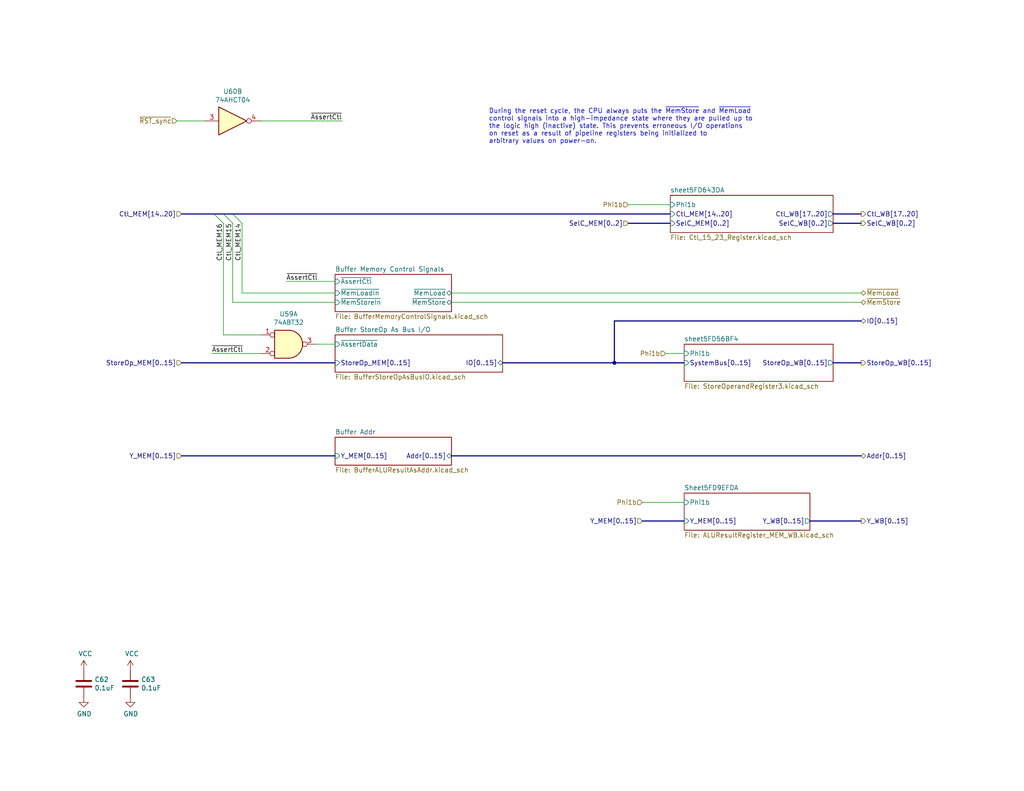
<source format=kicad_sch>
(kicad_sch (version 20250114) (generator "eeschema") (generator_version "9.0")
  (paper "USLetter")
  (title_block (title "MEM") (date "2023-11-25") (rev "A") (comment 3 "These devices connect to the main board via a connector described in another sheet.") (comment 4 "The MEM stage interfaces with memory and memory-mapped peripherals."))
  (lib_symbols
    (symbol "Device:C" (pin_numbers (hide yes)) (pin_names (offset 0.254))
      (property "Reference" "C" (at 0.635 2.54 0))
      (property "Value" "C" (at 0.635 -2.54 0))
      (symbol "C_0_1"
        (polyline (pts (xy -2.032 0.762) (xy 2.032 0.762)) (stroke (width 0.508)))
        (polyline (pts (xy -2.032 -0.762) (xy 2.032 -0.762)) (stroke (width 0.508)))
      )
      (symbol "C_1_1"
        (pin passive line (at 0 3.81 270) (length 2.794) (name "~") (number "1"))
        (pin passive line (at 0 -3.81 90) (length 2.794) (name "~") (number "2"))
      )
    )
    (symbol "Turtle16:74ABT32" (pin_names (offset 1.016))
      (property "Reference" "U" (at 0 1.27 0))
      (property "Value" "74ABT32" (at 0 -1.27 0))
      (symbol "74ABT32_1_1"
        (arc (start -3.81 3.81) (mid -2.589 0) (end -3.81 -3.81) (stroke (width 0.254)))
        (polyline (pts (xy -3.81 3.81) (xy -0.635 3.81)) (stroke (width 0.254)) (fill (type background)))
        (polyline (pts (xy -3.81 -3.81) (xy -0.635 -3.81)) (stroke (width 0.254)) (fill (type background)))
        (arc (start 3.81 0) (mid 2.1855 -2.584) (end -0.6096 -3.81) (stroke (width 0.254)) (fill (type background)))
        (arc (start -0.6096 3.81) (mid 2.1928 2.5924) (end 3.81 0) (stroke (width 0.254)) (fill (type background)))
        (polyline (pts (xy -0.635 3.81) (xy -3.81 3.81) (xy -3.81 3.81) (xy -3.556 3.4036) (xy -3.0226 2.2606) (xy -2.6924 1.0414) (xy -2.6162 -0.254) (xy -2.7686 -1.4986) (xy -3.175 -2.7178) (xy -3.81 -3.81) (xy -3.81 -3.81) (xy -0.635 -3.81)) (stroke (width -25.4)) (fill (type background)))
        (pin input line (at -7.62 2.54 0) (length 4.318) (name "~") (number "1"))
        (pin input line (at -7.62 -2.54 0) (length 4.318) (name "~") (number "2"))
        (pin output line (at 7.62 0 180) (length 3.81) (name "~") (number "3"))
      )
      (symbol "74ABT32_1_2"
        (arc (start 0 3.81) (mid 3.7934 0) (end 0 -3.81) (stroke (width 0.254)) (fill (type background)))
        (polyline (pts (xy 0 3.81) (xy -3.81 3.81) (xy -3.81 -3.81) (xy 0 -3.81)) (stroke (width 0.254)) (fill (type background)))
        (pin input inverted (at -7.62 2.54 0) (length 3.81) (name "~") (number "1"))
        (pin input inverted (at -7.62 -2.54 0) (length 3.81) (name "~") (number "2"))
        (pin output inverted (at 7.62 0 180) (length 3.81) (name "~") (number "3"))
      )
      (symbol "74ABT32_2_1"
        (arc (start -3.81 3.81) (mid -2.589 0) (end -3.81 -3.81) (stroke (width 0.254)))
        (polyline (pts (xy -3.81 3.81) (xy -0.635 3.81)) (stroke (width 0.254)) (fill (type background)))
        (polyline (pts (xy -3.81 -3.81) (xy -0.635 -3.81)) (stroke (width 0.254)) (fill (type background)))
        (arc (start 3.81 0) (mid 2.1855 -2.584) (end -0.6096 -3.81) (stroke (width 0.254)) (fill (type background)))
        (arc (start -0.6096 3.81) (mid 2.1928 2.5924) (end 3.81 0) (stroke (width 0.254)) (fill (type background)))
        (polyline (pts (xy -0.635 3.81) (xy -3.81 3.81) (xy -3.81 3.81) (xy -3.556 3.4036) (xy -3.0226 2.2606) (xy -2.6924 1.0414) (xy -2.6162 -0.254) (xy -2.7686 -1.4986) (xy -3.175 -2.7178) (xy -3.81 -3.81) (xy -3.81 -3.81) (xy -0.635 -3.81)) (stroke (width -25.4)) (fill (type background)))
        (pin input line (at -7.62 2.54 0) (length 4.318) (name "~") (number "4"))
        (pin input line (at -7.62 -2.54 0) (length 4.318) (name "~") (number "5"))
        (pin output line (at 7.62 0 180) (length 3.81) (name "~") (number "6"))
      )
      (symbol "74ABT32_2_2"
        (arc (start 0 3.81) (mid 3.7934 0) (end 0 -3.81) (stroke (width 0.254)) (fill (type background)))
        (polyline (pts (xy 0 3.81) (xy -3.81 3.81) (xy -3.81 -3.81) (xy 0 -3.81)) (stroke (width 0.254)) (fill (type background)))
        (pin input inverted (at -7.62 2.54 0) (length 3.81) (name "~") (number "4"))
        (pin input inverted (at -7.62 -2.54 0) (length 3.81) (name "~") (number "5"))
        (pin output inverted (at 7.62 0 180) (length 3.81) (name "~") (number "6"))
      )
      (symbol "74ABT32_3_1"
        (arc (start -3.81 3.81) (mid -2.589 0) (end -3.81 -3.81) (stroke (width 0.254)))
        (polyline (pts (xy -3.81 3.81) (xy -0.635 3.81)) (stroke (width 0.254)) (fill (type background)))
        (polyline (pts (xy -3.81 -3.81) (xy -0.635 -3.81)) (stroke (width 0.254)) (fill (type background)))
        (arc (start 3.81 0) (mid 2.1855 -2.584) (end -0.6096 -3.81) (stroke (width 0.254)) (fill (type background)))
        (arc (start -0.6096 3.81) (mid 2.1928 2.5924) (end 3.81 0) (stroke (width 0.254)) (fill (type background)))
        (polyline (pts (xy -0.635 3.81) (xy -3.81 3.81) (xy -3.81 3.81) (xy -3.556 3.4036) (xy -3.0226 2.2606) (xy -2.6924 1.0414) (xy -2.6162 -0.254) (xy -2.7686 -1.4986) (xy -3.175 -2.7178) (xy -3.81 -3.81) (xy -3.81 -3.81) (xy -0.635 -3.81)) (stroke (width -25.4)) (fill (type background)))
        (pin input line (at -7.62 2.54 0) (length 4.318) (name "~") (number "9"))
        (pin input line (at -7.62 -2.54 0) (length 4.318) (name "~") (number "10"))
        (pin output line (at 7.62 0 180) (length 3.81) (name "~") (number "8"))
      )
      (symbol "74ABT32_3_2"
        (arc (start 0 3.81) (mid 3.7934 0) (end 0 -3.81) (stroke (width 0.254)) (fill (type background)))
        (polyline (pts (xy 0 3.81) (xy -3.81 3.81) (xy -3.81 -3.81) (xy 0 -3.81)) (stroke (width 0.254)) (fill (type background)))
        (pin input inverted (at -7.62 2.54 0) (length 3.81) (name "~") (number "9"))
        (pin input inverted (at -7.62 -2.54 0) (length 3.81) (name "~") (number "10"))
        (pin output inverted (at 7.62 0 180) (length 3.81) (name "~") (number "8"))
      )
      (symbol "74ABT32_4_1"
        (arc (start -3.81 3.81) (mid -2.589 0) (end -3.81 -3.81) (stroke (width 0.254)))
        (polyline (pts (xy -3.81 3.81) (xy -0.635 3.81)) (stroke (width 0.254)) (fill (type background)))
        (polyline (pts (xy -3.81 -3.81) (xy -0.635 -3.81)) (stroke (width 0.254)) (fill (type background)))
        (arc (start 3.81 0) (mid 2.1855 -2.584) (end -0.6096 -3.81) (stroke (width 0.254)) (fill (type background)))
        (arc (start -0.6096 3.81) (mid 2.1928 2.5924) (end 3.81 0) (stroke (width 0.254)) (fill (type background)))
        (polyline (pts (xy -0.635 3.81) (xy -3.81 3.81) (xy -3.81 3.81) (xy -3.556 3.4036) (xy -3.0226 2.2606) (xy -2.6924 1.0414) (xy -2.6162 -0.254) (xy -2.7686 -1.4986) (xy -3.175 -2.7178) (xy -3.81 -3.81) (xy -3.81 -3.81) (xy -0.635 -3.81)) (stroke (width -25.4)) (fill (type background)))
        (pin input line (at -7.62 2.54 0) (length 4.318) (name "~") (number "12"))
        (pin input line (at -7.62 -2.54 0) (length 4.318) (name "~") (number "13"))
        (pin output line (at 7.62 0 180) (length 3.81) (name "~") (number "11"))
      )
      (symbol "74ABT32_4_2"
        (arc (start 0 3.81) (mid 3.7934 0) (end 0 -3.81) (stroke (width 0.254)) (fill (type background)))
        (polyline (pts (xy 0 3.81) (xy -3.81 3.81) (xy -3.81 -3.81) (xy 0 -3.81)) (stroke (width 0.254)) (fill (type background)))
        (pin input inverted (at -7.62 2.54 0) (length 3.81) (name "~") (number "12"))
        (pin input inverted (at -7.62 -2.54 0) (length 3.81) (name "~") (number "13"))
        (pin output inverted (at 7.62 0 180) (length 3.81) (name "~") (number "11"))
      )
      (symbol "74ABT32_5_0"
        (pin power_in line (at 0 12.7 270) (length 5.08) (name "VCC") (number "14"))
        (pin power_in line (at 0 -12.7 90) (length 5.08) (name "GND") (number "7"))
      )
      (symbol "74ABT32_5_1"
        (rectangle (start -5.08 7.62) (end 5.08 -7.62) (stroke (width 0.254)) (fill (type background)))
      )
    )
    (symbol "Turtle16:74AHCT04"
      (property "Reference" "U" (at 0 1.27 0))
      (property "Value" "74AHCT04" (at 0 -1.27 0))
      (symbol "74AHCT04_1_0"
        (polyline (pts (xy -3.81 3.81) (xy -3.81 -3.81) (xy 3.81 0) (xy -3.81 3.81)) (stroke (width 0.254)) (fill (type background)))
        (pin input line (at -7.62 0 0) (length 3.81) (name "~") (number "1"))
        (pin output inverted (at 7.62 0 180) (length 3.81) (name "~") (number "2"))
      )
      (symbol "74AHCT04_2_0"
        (polyline (pts (xy -3.81 3.81) (xy -3.81 -3.81) (xy 3.81 0) (xy -3.81 3.81)) (stroke (width 0.254)) (fill (type background)))
        (pin input line (at -7.62 0 0) (length 3.81) (name "~") (number "3"))
        (pin output inverted (at 7.62 0 180) (length 3.81) (name "~") (number "4"))
      )
      (symbol "74AHCT04_3_0"
        (polyline (pts (xy -3.81 3.81) (xy -3.81 -3.81) (xy 3.81 0) (xy -3.81 3.81)) (stroke (width 0.254)) (fill (type background)))
        (pin input line (at -7.62 0 0) (length 3.81) (name "~") (number "5"))
        (pin output inverted (at 7.62 0 180) (length 3.81) (name "~") (number "6"))
      )
      (symbol "74AHCT04_4_0"
        (polyline (pts (xy -3.81 3.81) (xy -3.81 -3.81) (xy 3.81 0) (xy -3.81 3.81)) (stroke (width 0.254)) (fill (type background)))
        (pin input line (at -7.62 0 0) (length 3.81) (name "~") (number "9"))
        (pin output inverted (at 7.62 0 180) (length 3.81) (name "~") (number "8"))
      )
      (symbol "74AHCT04_5_0"
        (polyline (pts (xy -3.81 3.81) (xy -3.81 -3.81) (xy 3.81 0) (xy -3.81 3.81)) (stroke (width 0.254)) (fill (type background)))
        (pin input line (at -7.62 0 0) (length 3.81) (name "~") (number "11"))
        (pin output inverted (at 7.62 0 180) (length 3.81) (name "~") (number "10"))
      )
      (symbol "74AHCT04_6_0"
        (polyline (pts (xy -3.81 3.81) (xy -3.81 -3.81) (xy 3.81 0) (xy -3.81 3.81)) (stroke (width 0.254)) (fill (type background)))
        (pin input line (at -7.62 0 0) (length 3.81) (name "~") (number "13"))
        (pin output inverted (at 7.62 0 180) (length 3.81) (name "~") (number "12"))
      )
      (symbol "74AHCT04_7_0"
        (pin power_in line (at 0 12.7 270) (length 5.08) (name "VCC") (number "14"))
        (pin power_in line (at 0 -12.7 90) (length 5.08) (name "GND") (number "7"))
      )
      (symbol "74AHCT04_7_1"
        (rectangle (start -5.08 7.62) (end 5.08 -7.62) (stroke (width 0.254)) (fill (type background)))
      )
    )
    (symbol "power:GND" (power) (pin_names (offset 0))
      (property "Value" "GND" (at 0 -3.81 0))
      (symbol "GND_0_1"
        (polyline (pts (xy 0 0) (xy 0 -1.27) (xy 1.27 -1.27) (xy 0 -2.54) (xy -1.27 -1.27) (xy 0 -1.27)))
      )
      (symbol "GND_1_1"
        (pin power_in line (at 0 0 270) (length 0) (hide yes) (name "GND") (number "1"))
      )
    )
    (symbol "power:VCC" (power) (pin_names (offset 0))
      (property "Value" "VCC" (at 0 3.81 0))
      (symbol "VCC_0_1"
        (polyline (pts (xy -0.762 1.27) (xy 0 2.54)))
        (polyline (pts (xy 0 2.54) (xy 0.762 1.27)))
        (polyline (pts (xy 0 0) (xy 0 2.54)))
      )
      (symbol "VCC_1_1"
        (pin power_in line (at 0 0 90) (length 0) (hide yes) (name "VCC") (number "1"))
      )
    )
  )
  (text "During the reset cycle, the CPU always puts the ~{MemStore} and ~{MemLoad}\ncontrol signals into a high-impedance state where they are pulled up to\nthe logic high (inactive) state. This prevents erroneous I/O operations\non reset as a result of pipeline registers being initialized to\narbitrary values on power-on." (at 133.35 39.37 0) (effects (font (size 1.27 1.27)) (justify left bottom)))
  (junction (at -44.45 111.125))
  (junction (at -44.45 146.05))
  (junction (at -21.59 133.985))
  (junction (at -44.45 130.81))
  (junction (at -44.45 116.205))
  (junction (at 167.64 99.06))
  (junction (at -21.59 146.05))
  (junction (at -44.45 140.97))
  (junction (at -44.45 125.73))
  (no_connect (at -6.35 146.05))
  (no_connect (at -6.35 133.985))
  (no_connect (at -26.67 128.27))
  (no_connect (at -26.67 113.665))
  (no_connect (at -26.67 143.51))
  (bus_entry (at 58.42 58.42) (size 2.54 2.54))
  (bus_entry (at 63.5 58.42) (size 2.54 2.54))
  (bus_entry (at 60.96 58.42) (size 2.54 2.54))
  (bus (pts (xy 234.95 99.06) (xy 227.33 99.06)))
  (wire (pts (xy -21.59 133.985) (xy -21.59 146.05)))
  (wire (pts (xy 181.61 96.52) (xy 186.69 96.52)))
  (wire (pts (xy -21.59 97.79) (xy -21.59 133.985)))
  (bus (pts (xy 234.95 142.24) (xy 220.98 142.24)))
  (bus (pts (xy 63.5 58.42) (xy 182.88 58.42)))
  (wire (pts (xy -44.45 130.81) (xy -44.45 140.97)))
  (wire (pts (xy 60.96 60.96) (xy 60.96 91.44)))
  (wire (pts (xy 66.04 60.96) (xy 66.04 80.01)))
  (wire (pts (xy -44.45 99.06) (xy -44.45 111.125)))
  (bus (pts (xy 227.33 58.42) (xy 234.95 58.42)))
  (wire (pts (xy -44.45 116.205) (xy -44.45 125.73)))
  (wire (pts (xy -44.45 146.05) (xy -44.45 152.4)))
  (wire (pts (xy -44.45 116.205) (xy -41.91 116.205)))
  (wire (pts (xy 171.45 55.88) (xy 182.88 55.88)))
  (bus (pts (xy 123.19 124.46) (xy 234.95 124.46)))
  (wire (pts (xy -21.59 179.07) (xy -21.59 180.34)))
  (wire (pts (xy 60.96 91.44) (xy 71.12 91.44)))
  (wire (pts (xy -44.45 125.73) (xy -44.45 130.81)))
  (wire (pts (xy -44.45 179.07) (xy -44.45 177.8)))
  (bus (pts (xy 167.64 87.63) (xy 167.64 99.06)))
  (wire (pts (xy -41.91 125.73) (xy -44.45 125.73)))
  (wire (pts (xy 66.04 80.01) (xy 91.44 80.01)))
  (bus (pts (xy 167.64 99.06) (xy 186.69 99.06)))
  (bus (pts (xy 49.53 58.42) (xy 58.42 58.42)))
  (bus (pts (xy 167.64 87.63) (xy 234.95 87.63)))
  (wire (pts (xy -41.91 146.05) (xy -44.45 146.05)))
  (wire (pts (xy -44.45 111.125) (xy -41.91 111.125)))
  (wire (pts (xy -41.91 130.81) (xy -44.45 130.81)))
  (wire (pts (xy 63.5 60.96) (xy 63.5 82.55)))
  (bus (pts (xy 175.26 142.24) (xy 186.69 142.24)))
  (bus (pts (xy 58.42 58.42) (xy 60.96 58.42)))
  (bus (pts (xy 60.96 58.42) (xy 63.5 58.42)))
  (bus (pts (xy 182.88 60.96) (xy 171.45 60.96)))
  (bus (pts (xy 137.16 99.06) (xy 167.64 99.06)))
  (wire (pts (xy -44.45 140.97) (xy -44.45 146.05)))
  (wire (pts (xy -21.59 146.05) (xy -21.59 153.67)))
  (bus (pts (xy 49.53 124.46) (xy 91.44 124.46)))
  (bus (pts (xy 227.33 60.96) (xy 234.95 60.96)))
  (wire (pts (xy 57.785 96.52) (xy 71.12 96.52)))
  (wire (pts (xy 78.105 76.835) (xy 91.44 76.835)))
  (bus (pts (xy 49.53 99.06) (xy 91.44 99.06)))
  (wire (pts (xy 55.88 33.02) (xy 48.26 33.02)))
  (wire (pts (xy 86.36 93.98) (xy 91.44 93.98)))
  (wire (pts (xy 234.95 82.55) (xy 123.19 82.55)))
  (wire (pts (xy 123.19 80.01) (xy 234.95 80.01)))
  (wire (pts (xy -44.45 111.125) (xy -44.45 116.205)))
  (wire (pts (xy 63.5 82.55) (xy 91.44 82.55)))
  (wire (pts (xy 93.345 33.02) (xy 71.12 33.02)))
  (wire (pts (xy -41.91 140.97) (xy -44.45 140.97)))
  (wire (pts (xy 175.26 137.16) (xy 186.69 137.16)))
  (label "Ctl_MEM15" (at 63.5 60.96 270))
  (label "~{AssertCtl}" (at 93.345 33.02 180))
  (label "~{AssertCtl}" (at 78.105 76.835 0))
  (label "Ctl_MEM14" (at 66.04 60.96 270))
  (label "~{AssertCtl}" (at 57.785 96.52 0))
  (label "Ctl_MEM16" (at 60.96 60.96 270))
  (hierarchical_label "Phi1b" (shape input) (at 175.26 137.16 180))
  (hierarchical_label "Phi1b" (shape input) (at 181.61 96.52 180))
  (hierarchical_label "Y_WB[0..15]" (shape output) (at 234.95 142.24 0))
  (hierarchical_label "~{MemStore}" (shape tri_state) (at 234.95 82.55 0))
  (hierarchical_label "Y_MEM[0..15]" (shape input) (at 175.26 142.24 180))
  (hierarchical_label "Y_MEM[0..15]" (shape input) (at 49.53 124.46 180))
  (hierarchical_label "~{RST_sync}" (shape input) (at 48.26 33.02 180))
  (hierarchical_label "Phi1b" (shape input) (at 171.45 55.88 180))
  (hierarchical_label "IO[0..15]" (shape tri_state) (at 234.95 87.63 0))
  (hierarchical_label "Ctl_WB[17..20]" (shape output) (at 234.95 58.42 0))
  (hierarchical_label "Ctl_MEM[14..20]" (shape input) (at 49.53 58.42 180))
  (hierarchical_label "StoreOp_WB[0..15]" (shape output) (at 234.95 99.06 0))
  (hierarchical_label "~{MemLoad}" (shape tri_state) (at 234.95 80.01 0))
  (hierarchical_label "SelC_WB[0..2]" (shape output) (at 234.95 60.96 0))
  (hierarchical_label "Addr[0..15]" (shape tri_state) (at 234.95 124.46 0))
  (hierarchical_label "SelC_MEM[0..2]" (shape input) (at 171.45 60.96 180))
  (hierarchical_label "StoreOp_MEM[0..15]" (shape input) (at 49.53 99.06 180))
  (symbol (lib_id "Turtle16:74AHCT04") (at -21.59 166.37 0) (unit 7)
    (property "Reference" "U60" (at -21.59 165.1 0))
    (property "Value" "74AHCT04" (at -21.59 167.64 0))
    (property "Footprint" "Package_SO:TSSOP-14_4.4x5mm_P0.65mm" (effects (hide yes)))
    (property "Datasheet" "https://assets.nexperia.com/documents/data-sheet/74AHC_AHCT04.pdf" (effects (hide yes)))
    (property "Manufacturer" "Nexperia" (effects (hide yes)))
    (property "Manufacturer#" "74AHCT04APWJ" (effects (hide yes)))
    (property "Mouser#" "771-74AHCT04APWJ" (effects (hide yes)))
    (property "Digikey#" "1727-74AHCT04APWJCT-ND" (effects (hide yes)))
  )
  (symbol (lib_id "Turtle16:74AHCT04") (at -13.97 146.05 0) (unit 6)
    (property "Reference" "U60" (at -13.97 137.9982 0))
    (property "Value" "74AHCT04" (at -13.97 140.3096 0))
    (property "Footprint" "Package_SO:TSSOP-14_4.4x5mm_P0.65mm" (effects (hide yes)))
    (property "Datasheet" "https://assets.nexperia.com/documents/data-sheet/74AHC_AHCT04.pdf" (effects (hide yes)))
    (property "Manufacturer" "Nexperia" (effects (hide yes)))
    (property "Manufacturer#" "74AHCT04APWJ" (effects (hide yes)))
    (property "Mouser#" "771-74AHCT04APWJ" (effects (hide yes)))
    (property "Digikey#" "1727-74AHCT04APWJCT-ND" (effects (hide yes)))
  )
  (symbol (lib_id "power:VCC") (at -21.59 97.79 0) (unit 1)
    (property "Reference" "#PWR0372" (effects (hide yes)))
    (property "Value" "VCC" (at -21.1582 93.3958 0))
  )
  (symbol (lib_id "power:GND") (at -21.59 180.34 0) (mirror y) (unit 1)
    (property "Reference" "#PWR0373" (effects (hide yes)))
    (property "Value" "GND" (at -21.717 184.7342 0))
  )
  (symbol (lib_id "Turtle16:74AHCT04") (at 63.5 33.02 0) (unit 2)
    (property "Reference" "U60" (at 63.5 24.9682 0))
    (property "Value" "74AHCT04" (at 63.5 27.2796 0))
    (property "Footprint" "Package_SO:TSSOP-14_4.4x5mm_P0.65mm" (effects (hide yes)))
    (property "Datasheet" "https://assets.nexperia.com/documents/data-sheet/74AHC_AHCT04.pdf" (effects (hide yes)))
    (property "Manufacturer" "Nexperia" (effects (hide yes)))
    (property "Manufacturer#" "74AHCT04APWJ" (effects (hide yes)))
    (property "Mouser#" "771-74AHCT04APWJ" (effects (hide yes)))
    (property "Digikey#" "1727-74AHCT04APWJCT-ND" (effects (hide yes)))
  )
  (symbol (lib_id "power:GND") (at 22.86 190.5 0) (unit 1)
    (property "Reference" "#PWR0375" (effects (hide yes)))
    (property "Value" "GND" (at 22.987 194.8942 0))
  )
  (symbol (lib_id "power:VCC") (at 22.86 182.88 0) (unit 1)
    (property "Reference" "#PWR0374" (effects (hide yes)))
    (property "Value" "VCC" (at 23.2918 178.4858 0))
  )
  (symbol (lib_id "Device:C") (at 22.86 186.69 0) (unit 1)
    (property "Reference" "C62" (at 25.781 185.5216 0) (effects (justify left)))
    (property "Value" "0.1uF" (at 25.781 187.833 0) (effects (justify left)))
    (property "Footprint" "Capacitor_SMD:C_0603_1608Metric" (effects (hide yes)))
    (property "Datasheet" "https://www.mouser.com/datasheet/2/396/taiyo_yuden_12132018_mlcc11_hq_e-1510082.pdf" (effects (hide yes)))
    (property "Manufacturer" "Taiyo Yuden" (effects (hide yes)))
    (property "Manufacturer#" "EMK107B7104KAHT" (effects (hide yes)))
    (property "Mouser#" "963-EMK107B7104KAHT" (effects (hide yes)))
    (property "Digikey#" "587-6004-1-ND" (effects (hide yes)))
  )
  (symbol (lib_id "power:VCC") (at -44.45 99.06 0) (unit 1)
    (property "Reference" "#PWR0370" (effects (hide yes)))
    (property "Value" "VCC" (at -44.0182 94.6658 0))
  )
  (symbol (lib_id "power:GND") (at -44.45 179.07 0) (unit 1)
    (property "Reference" "#PWR0371" (effects (hide yes)))
    (property "Value" "GND" (at -44.323 183.4642 0))
  )
  (symbol (lib_id "Turtle16:74ABT32") (at -34.29 113.665 0) (unit 2)
    (property "Reference" "U59" (at -34.29 105.41 0))
    (property "Value" "74ABT32" (at -34.29 107.7214 0))
    (property "Footprint" "Package_SO:TSSOP-14_4.4x5mm_P0.65mm" (effects (hide yes)))
    (property "Datasheet" "https://www.mouser.com/datasheet/2/916/74ABT32-2937354.pdf" (effects (hide yes)))
    (property "Manufacturer" "Nexperia" (effects (hide yes)))
    (property "Manufacturer#" "74ABT32PW,118" (effects (hide yes)))
    (property "Mouser#" "771-ABT32PW118" (effects (hide yes)))
    (property "Digikey#" "1727-6509-1-ND" (effects (hide yes)))
  )
  (symbol (lib_id "Turtle16:74ABT32") (at -34.29 128.27 0) (unit 3)
    (property "Reference" "U59" (at -34.29 120.015 0))
    (property "Value" "74ABT32" (at -34.29 122.3264 0))
    (property "Footprint" "Package_SO:TSSOP-14_4.4x5mm_P0.65mm" (effects (hide yes)))
    (property "Datasheet" "https://www.mouser.com/datasheet/2/916/74ABT32-2937354.pdf" (effects (hide yes)))
    (property "Manufacturer" "Nexperia" (effects (hide yes)))
    (property "Manufacturer#" "74ABT32PW,118" (effects (hide yes)))
    (property "Mouser#" "771-ABT32PW118" (effects (hide yes)))
    (property "Digikey#" "1727-6509-1-ND" (effects (hide yes)))
  )
  (symbol (lib_id "Turtle16:74ABT32") (at -34.29 143.51 0) (unit 4)
    (property "Reference" "U59" (at -34.29 135.255 0))
    (property "Value" "74ABT32" (at -34.29 137.5664 0))
    (property "Footprint" "Package_SO:TSSOP-14_4.4x5mm_P0.65mm" (effects (hide yes)))
    (property "Datasheet" "https://www.mouser.com/datasheet/2/916/74ABT32-2937354.pdf" (effects (hide yes)))
    (property "Manufacturer" "Nexperia" (effects (hide yes)))
    (property "Manufacturer#" "74ABT32PW,118" (effects (hide yes)))
    (property "Mouser#" "771-ABT32PW118" (effects (hide yes)))
    (property "Digikey#" "1727-6509-1-ND" (effects (hide yes)))
  )
  (symbol (lib_id "Turtle16:74ABT32") (at -44.45 165.1 0) (unit 5)
    (property "Reference" "U59" (at -38.608 163.9316 0) (effects (justify left)))
    (property "Value" "74ABT32" (at -38.608 166.243 0) (effects (justify left)))
    (property "Footprint" "Package_SO:TSSOP-14_4.4x5mm_P0.65mm" (effects (hide yes)))
    (property "Datasheet" "https://www.mouser.com/datasheet/2/916/74ABT32-2937354.pdf" (effects (hide yes)))
    (property "Manufacturer" "Nexperia" (effects (hide yes)))
    (property "Manufacturer#" "74ABT32PW,118" (effects (hide yes)))
    (property "Mouser#" "771-ABT32PW118" (effects (hide yes)))
    (property "Digikey#" "1727-6509-1-ND" (effects (hide yes)))
  )
  (symbol (lib_id "Turtle16:74ABT32") (at 78.74 93.98 0) (unit 1) (convert 2)
    (property "Reference" "U59" (at 78.74 85.725 0))
    (property "Value" "74ABT32" (at 78.74 88.0364 0))
    (property "Footprint" "Package_SO:TSSOP-14_4.4x5mm_P0.65mm" (effects (hide yes)))
    (property "Datasheet" "https://www.mouser.com/datasheet/2/916/74ABT32-2937354.pdf" (effects (hide yes)))
    (property "Manufacturer" "Nexperia" (effects (hide yes)))
    (property "Manufacturer#" "74ABT32PW,118" (effects (hide yes)))
    (property "Mouser#" "771-ABT32PW118" (effects (hide yes)))
    (property "Digikey#" "1727-6509-1-ND" (effects (hide yes)))
  )
  (symbol (lib_id "Device:C") (at 35.56 186.69 0) (unit 1)
    (property "Reference" "C63" (at 38.481 185.5216 0) (effects (justify left)))
    (property "Value" "0.1uF" (at 38.481 187.833 0) (effects (justify left)))
    (property "Footprint" "Capacitor_SMD:C_0603_1608Metric" (effects (hide yes)))
    (property "Datasheet" "https://www.mouser.com/datasheet/2/396/taiyo_yuden_12132018_mlcc11_hq_e-1510082.pdf" (effects (hide yes)))
    (property "Manufacturer" "Taiyo Yuden" (effects (hide yes)))
    (property "Manufacturer#" "EMK107B7104KAHT" (effects (hide yes)))
    (property "Mouser#" "963-EMK107B7104KAHT" (effects (hide yes)))
    (property "Digikey#" "587-6004-1-ND" (effects (hide yes)))
  )
  (symbol (lib_id "power:GND") (at 35.56 190.5 0) (unit 1)
    (property "Reference" "#PWR0377" (effects (hide yes)))
    (property "Value" "GND" (at 35.687 194.8942 0))
  )
  (symbol (lib_id "power:VCC") (at 35.56 182.88 0) (unit 1)
    (property "Reference" "#PWR0376" (effects (hide yes)))
    (property "Value" "VCC" (at 35.9918 178.4858 0))
  )
  (symbol (lib_id "Turtle16:74AHCT04") (at -13.97 133.985 0) (unit 1)
    (property "Reference" "U60" (at -13.97 125.9332 0))
    (property "Value" "74AHCT04" (at -13.97 128.2446 0))
    (property "Footprint" "Package_SO:TSSOP-14_4.4x5mm_P0.65mm" (effects (hide yes)))
    (property "Datasheet" "https://assets.nexperia.com/documents/data-sheet/74AHC_AHCT04.pdf" (effects (hide yes)))
    (property "Manufacturer" "Nexperia" (effects (hide yes)))
    (property "Manufacturer#" "74AHCT04APWJ" (effects (hide yes)))
    (property "Mouser#" "771-74AHCT04APWJ" (effects (hide yes)))
    (property "Digikey#" "1727-74AHCT04APWJCT-ND" (effects (hide yes)))
  )
  (sheet (at 91.44 74.93) (size 31.75 10.16)
    (property "Sheetname" "Buffer Memory Control Signals" (at 91.44 74.2184 0) (effects (justify left bottom)))
    (property "Sheetfile" "BufferMemoryControlSignals.kicad_sch" (at 91.44 85.6746 0) (effects (justify left top)))
    (pin "~{MemLoadIn}" input (at 91.44 80.01 180))
    (pin "~{MemStoreIn}" input (at 91.44 82.55 180))
    (pin "~{MemLoad}" tri_state (at 123.19 80.01 0))
    (pin "~{MemStore}" tri_state (at 123.19 82.55 0))
    (pin "~{AssertCtl}" input (at 91.44 76.835 180))
  )
  (sheet (at 91.44 119.38) (size 31.75 7.62)
    (property "Sheetname" "Buffer Addr" (at 91.44 118.6684 0) (effects (justify left bottom)))
    (property "Sheetfile" "BufferALUResultAsAddr.kicad_sch" (at 91.44 127.5846 0) (effects (justify left top)))
    (pin "Addr[0..15]" tri_state (at 123.19 124.46 0))
    (pin "Y_MEM[0..15]" input (at 91.44 124.46 180))
  )
  (sheet (at 186.69 93.98) (size 40.64 10.16)
    (property "Sheetname" "sheet5FD56BF4" (at 186.69 93.2684 0) (effects (justify left bottom)))
    (property "Sheetfile" "StoreOperandRegister3.kicad_sch" (at 186.69 104.7246 0) (effects (justify left top)))
    (pin "SystemBus[0..15]" input (at 186.69 99.06 180))
    (pin "StoreOp_WB[0..15]" output (at 227.33 99.06 0))
    (pin "Phi1b" input (at 186.69 96.52 180))
  )
  (sheet (at 182.88 53.34) (size 44.45 10.16)
    (property "Sheetname" "sheet5FD643DA" (at 182.88 52.6284 0) (effects (justify left bottom)))
    (property "Sheetfile" "Ctl_15_23_Register.kicad_sch" (at 182.88 64.0846 0) (effects (justify left top)))
    (pin "SelC_MEM[0..2]" input (at 182.88 60.96 180))
    (pin "SelC_WB[0..2]" output (at 227.33 60.96 0))
    (pin "Ctl_WB[17..20]" output (at 227.33 58.42 0))
    (pin "Ctl_MEM[14..20]" input (at 182.88 58.42 180))
    (pin "Phi1b" input (at 182.88 55.88 180))
  )
  (sheet (at 186.69 134.62) (size 34.29 10.16)
    (property "Sheetname" "Sheet5FD9EFDA" (at 186.69 133.9084 0) (effects (justify left bottom)))
    (property "Sheetfile" "ALUResultRegister_MEM_WB.kicad_sch" (at 186.69 145.3646 0) (effects (justify left top)))
    (pin "Y_MEM[0..15]" input (at 186.69 142.24 180))
    (pin "Y_WB[0..15]" output (at 220.98 142.24 0))
    (pin "Phi1b" input (at 186.69 137.16 180))
  )
  (sheet (at 91.44 91.44) (size 45.72 10.16)
    (property "Sheetname" "Buffer StoreOp As Bus I/O" (at 91.44 90.7284 0) (effects (justify left bottom)))
    (property "Sheetfile" "BufferStoreOpAsBusIO.kicad_sch" (at 91.44 102.1846 0) (effects (justify left top)))
    (pin "IO[0..15]" tri_state (at 137.16 99.06 0))
    (pin "StoreOp_MEM[0..15]" input (at 91.44 99.06 180))
    (pin "~{AssertData}" input (at 91.44 93.98 180))
  )
)
</source>
